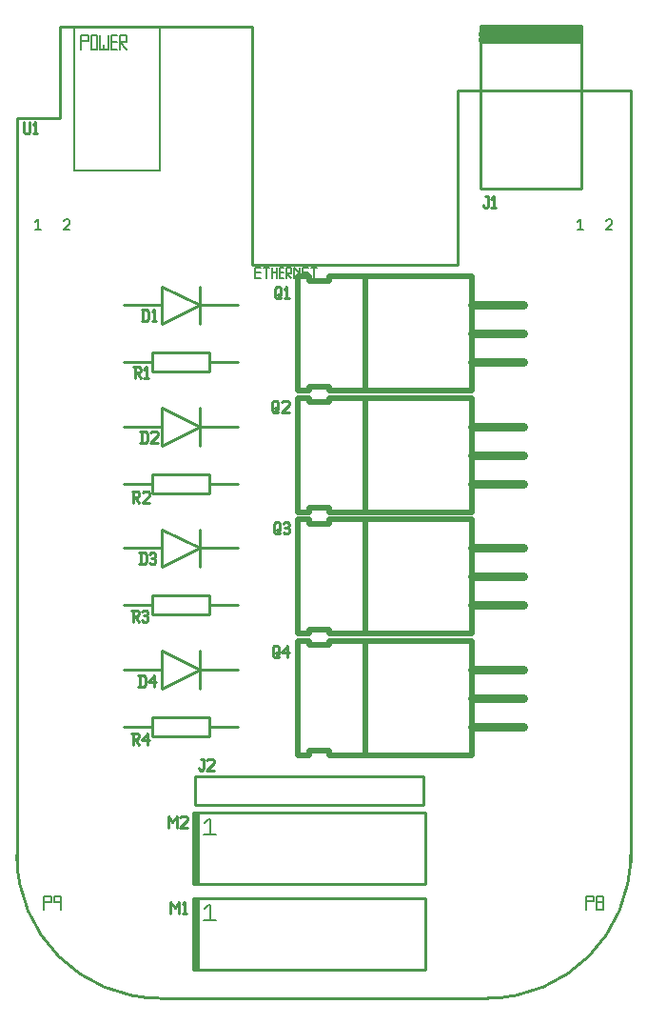
<source format=gbr>
G04 start of page 8 for group -4079 idx -4079 *
G04 Title: (unknown), topsilk *
G04 Creator: pcb 4.0.2 *
G04 CreationDate: Fri Mar 27 01:18:50 2020 UTC *
G04 For: kevin *
G04 Format: Gerber/RS-274X *
G04 PCB-Dimensions (mil): 6000.00 5000.00 *
G04 PCB-Coordinate-Origin: lower left *
%MOIN*%
%FSLAX25Y25*%
%LNTOPSILK*%
%ADD69C,0.0060*%
%ADD68C,0.0200*%
%ADD67C,0.0300*%
%ADD66C,0.0100*%
%ADD65C,0.0250*%
G54D65*X209429Y352697D02*X175571D01*
X209429Y354665D02*X175571D01*
X209429Y356634D02*X175965D01*
G54D66*X210217Y300728D02*X174783D01*
X210217Y357815D02*Y300728D01*
X174783Y357815D02*X210217D01*
X174783D02*Y300728D01*
G54D67*X172000Y240000D02*X190000D01*
X172000Y250000D02*X190000D01*
X172000Y260000D02*X190000D01*
G54D68*X172000Y270000D02*Y230000D01*
X134500Y270000D02*X172000D01*
X134500D02*Y230000D01*
X172000D01*
X134500Y270000D02*Y230000D01*
X122000Y270000D02*X134500D01*
X122000D02*Y268500D01*
X115000D02*X122000D01*
X115000Y270000D02*Y268500D01*
X111000Y270000D02*X115000D01*
X111000D02*Y230000D01*
X115000D01*
Y231500D02*Y230000D01*
Y231500D02*X122000D01*
Y230000D01*
X134500D01*
G54D66*X76700Y260000D02*X90000D01*
X50000D02*X63300D01*
X76700D02*X63300Y253400D01*
Y266600D02*Y253400D01*
Y266600D02*X76700Y260000D01*
Y266600D02*Y253400D01*
X75000Y95000D02*Y85000D01*
X155000D01*
Y95000D01*
X75000D01*
X76024Y52362D02*X75984Y52402D01*
X76024Y27598D02*Y52362D01*
X75157Y27677D02*X75236Y27598D01*
X75157Y52402D02*Y27677D01*
G54D69*X79528Y50079D02*X78346Y48898D01*
X80315Y50079D02*X79528D01*
X80315Y44961D02*Y50079D01*
X77953Y44961D02*X82283D01*
G54D66*X155748Y52402D02*X74252D01*
X155748Y27598D02*Y52402D01*
X74252Y27598D02*X155748D01*
X74252D02*Y52402D01*
X76700Y132500D02*X90000D01*
X50000D02*X63300D01*
X76700D02*X63300Y125900D01*
Y139100D02*Y125900D01*
Y139100D02*X76700Y132500D01*
Y139100D02*Y125900D01*
X76024Y82362D02*X75984Y82402D01*
X76024Y57598D02*Y82362D01*
X75157Y57677D02*X75236Y57598D01*
X75157Y82402D02*Y57677D01*
G54D69*X79528Y80079D02*X78346Y78898D01*
X80315Y80079D02*X79528D01*
X80315Y74961D02*Y80079D01*
X77953Y74961D02*X82283D01*
G54D66*X155748Y82402D02*X74252D01*
X155748Y57598D02*Y82402D01*
X74252Y57598D02*X155748D01*
X74252D02*Y82402D01*
X80000Y112500D02*X90000D01*
X50000D02*X60000D01*
Y109200D02*X80000D01*
X60000Y115800D02*Y109200D01*
Y115800D02*X80000D01*
Y109200D01*
X76700Y175000D02*X90000D01*
X50000D02*X63300D01*
X76700D02*X63300Y168400D01*
Y181600D02*Y168400D01*
Y181600D02*X76700Y175000D01*
Y181600D02*Y168400D01*
X80000Y155000D02*X90000D01*
X50000D02*X60000D01*
Y151700D02*X80000D01*
X60000Y158300D02*Y151700D01*
Y158300D02*X80000D01*
Y151700D01*
G54D67*X172000Y155000D02*X190000D01*
X172000Y165000D02*X190000D01*
X172000Y175000D02*X190000D01*
G54D68*X172000Y185000D02*Y145000D01*
X134500Y185000D02*X172000D01*
X134500D02*Y145000D01*
X172000D01*
X134500Y185000D02*Y145000D01*
X122000Y185000D02*X134500D01*
X122000D02*Y183500D01*
X115000D02*X122000D01*
X115000Y185000D02*Y183500D01*
X111000Y185000D02*X115000D01*
X111000D02*Y145000D01*
X115000D01*
Y146500D02*Y145000D01*
Y146500D02*X122000D01*
Y145000D01*
X134500D01*
G54D67*X172000Y112500D02*X190000D01*
X172000Y122500D02*X190000D01*
X172000Y132500D02*X190000D01*
G54D68*X172000Y142500D02*Y102500D01*
X134500Y142500D02*X172000D01*
X134500D02*Y102500D01*
X172000D01*
X134500Y142500D02*Y102500D01*
X122000Y142500D02*X134500D01*
X122000D02*Y141000D01*
X115000D02*X122000D01*
X115000Y142500D02*Y141000D01*
X111000Y142500D02*X115000D01*
X111000D02*Y102500D01*
X115000D01*
Y104000D02*Y102500D01*
Y104000D02*X122000D01*
Y102500D01*
X134500D01*
G54D66*X80000Y240000D02*X90000D01*
X50000D02*X60000D01*
Y236700D02*X80000D01*
X60000Y243300D02*Y236700D01*
Y243300D02*X80000D01*
Y236700D01*
Y197500D02*X90000D01*
X50000D02*X60000D01*
Y194200D02*X80000D01*
X60000Y200800D02*Y194200D01*
Y200800D02*X80000D01*
Y194200D01*
X76700Y217500D02*X90000D01*
X50000D02*X63300D01*
X76700D02*X63300Y210900D01*
Y224100D02*Y210900D01*
Y224100D02*X76700Y217500D01*
Y224100D02*Y210900D01*
G54D67*X172000Y197500D02*X190000D01*
X172000Y207500D02*X190000D01*
X172000Y217500D02*X190000D01*
G54D68*X172000Y227500D02*Y187500D01*
X134500Y227500D02*X172000D01*
X134500D02*Y187500D01*
X172000D01*
X134500Y227500D02*Y187500D01*
X122000Y227500D02*X134500D01*
X122000D02*Y226000D01*
X115000D02*X122000D01*
X115000Y227500D02*Y226000D01*
X111000Y227500D02*X115000D01*
X111000D02*Y187500D01*
X115000D01*
Y189000D02*Y187500D01*
Y189000D02*X122000D01*
Y187500D01*
X134500D01*
G54D69*X48500Y352000D02*X51000Y349500D01*
Y352000D02*X48500D01*
X51000Y354500D02*Y352000D01*
X48500Y354500D02*X51000D01*
X48500D02*Y349500D01*
X45500Y354500D02*X47500D01*
X45500Y352000D02*X47500D01*
X45500Y349500D02*X47500D01*
X45500Y354500D02*Y349500D01*
X44500D02*Y354500D01*
X41500Y349500D02*X44500D01*
X43000D02*Y351000D01*
X41500Y354500D02*Y349500D01*
X40500Y354500D02*X38500D01*
X40500Y349500D02*Y354500D01*
X38500Y349500D02*X40500D01*
X38500Y354500D02*Y349500D01*
X37500Y352500D02*X35000D01*
X37500Y354500D02*Y352500D01*
X35000Y354500D02*X37500D01*
X35000D02*Y349500D01*
X215500Y51000D02*X218000D01*
X215500Y53000D02*X218000D01*
Y48500D01*
X215500D02*X218000D01*
X215500Y53000D02*Y48500D01*
X212000Y51500D02*X214500D01*
Y53000D02*Y51500D01*
X212000Y53000D02*X214500D01*
X212000D02*Y48500D01*
X22000Y51000D02*X24500D01*
X28000Y53000D02*Y48500D01*
X25500Y51000D02*X28000D01*
X25500Y53000D02*X28000D01*
X25500D02*Y51000D01*
X24500Y53000D02*Y51000D01*
X22000Y53000D02*X24500D01*
X22000D02*Y48500D01*
X210000Y290000D02*X209000Y289000D01*
X210000Y290000D02*Y286500D01*
X209000D02*X211000D01*
X219000D02*X221000D01*
Y288500D02*X219000Y286500D01*
X221000Y289500D02*Y288500D01*
X220500Y290000D02*X221000Y289500D01*
X219500Y290000D02*X220500D01*
X219000Y289500D02*X219500Y290000D01*
X20000D02*X19000Y289000D01*
X20000Y290000D02*Y286500D01*
X19000D02*X21000D01*
X29000D02*X31000D01*
Y288500D02*X29000Y286500D01*
X31000Y289500D02*Y288500D01*
X30500Y290000D02*X31000Y289500D01*
X29500Y290000D02*X30500D01*
X29000Y289500D02*X29500Y290000D01*
X32500Y357000D02*Y307000D01*
X62500Y357500D02*Y307000D01*
X32500D02*X62500D01*
G54D66*Y17500D02*X177500D01*
X167000Y335000D02*X227500D01*
X95000Y357500D02*Y274000D01*
X27500Y357500D02*X95000D01*
X227500Y335000D02*Y65000D01*
X12500Y325500D02*Y65000D01*
G54D69*X116500Y273000D02*Y269500D01*
X115500Y273000D02*X117500D01*
X112500D02*X114500D01*
X112500Y271500D02*X114500D01*
X112500Y269500D02*X114500D01*
X112500Y273000D02*Y269500D01*
X111500D02*Y273000D01*
Y271000D02*Y269500D01*
X109500Y273000D02*X111500Y271000D01*
X109500Y269500D02*Y273000D01*
X107000Y271000D02*X108500Y269500D01*
Y271000D02*X107000D01*
X108500Y273000D02*Y271000D01*
X107000Y273000D02*X108500D01*
X107000D02*Y269500D01*
X104500Y273000D02*X106000D01*
X104500Y271500D02*X106000D01*
X104500Y269500D02*X106000D01*
X104500Y273000D02*Y269500D01*
X103500Y273000D02*Y269500D01*
X102000Y271500D02*X103500D01*
X102000Y273000D02*Y269500D01*
X100000Y273000D02*Y269500D01*
X99000Y273000D02*X101000D01*
X96000D02*X98000D01*
X96000Y271500D02*X98000D01*
X96000Y269500D02*X98000D01*
X96000Y273000D02*Y269500D01*
G54D66*X95000Y274000D02*X167000D01*
Y335000D02*Y274000D01*
X12500Y325500D02*X27500D01*
Y357500D01*
X12500Y67500D02*G75*G03X62500Y17500I50000J0D01*G01*
X177500D02*G75*G03X227500Y67500I0J50000D01*G01*
X176712Y297981D02*X177512D01*
Y294481D01*
X177012Y293981D02*X177512Y294481D01*
X176512Y293981D02*X177012D01*
X176012Y294481D02*X176512Y293981D01*
X176012Y294981D02*Y294481D01*
X178712Y297181D02*X179512Y297981D01*
Y293981D01*
X178712D02*X180212D01*
X15000Y324000D02*Y320500D01*
X15500Y320000D01*
X16500D01*
X17000Y320500D01*
Y324000D02*Y320500D01*
X18200Y323200D02*X19000Y324000D01*
Y320000D01*
X18200D02*X19700D01*
X103065Y265926D02*Y262926D01*
Y265926D02*X103565Y266426D01*
X104565D01*
X105065Y265926D01*
Y263426D01*
X104065Y262426D02*X105065Y263426D01*
X103565Y262426D02*X104065D01*
X103065Y262926D02*X103565Y262426D01*
X104065Y263926D02*X105065Y262426D01*
X106265Y265626D02*X107065Y266426D01*
Y262426D01*
X106265D02*X107765D01*
X53395Y238375D02*X55395D01*
X55895Y237875D01*
Y236875D01*
X55395Y236375D02*X55895Y236875D01*
X53895Y236375D02*X55395D01*
X53895Y238375D02*Y234375D01*
X54695Y236375D02*X55895Y234375D01*
X57095Y237575D02*X57895Y238375D01*
Y234375D01*
X57095D02*X58595D01*
X56654Y258498D02*Y254498D01*
X57954Y258498D02*X58654Y257798D01*
Y255198D01*
X57954Y254498D02*X58654Y255198D01*
X56154Y254498D02*X57954D01*
X56154Y258498D02*X57954D01*
X59854Y257698D02*X60654Y258498D01*
Y254498D01*
X59854D02*X61354D01*
X52788Y194833D02*X54788D01*
X55288Y194333D01*
Y193333D01*
X54788Y192833D02*X55288Y193333D01*
X53288Y192833D02*X54788D01*
X53288Y194833D02*Y190833D01*
X54088Y192833D02*X55288Y190833D01*
X56488Y194333D02*X56988Y194833D01*
X58488D01*
X58988Y194333D01*
Y193333D01*
X56488Y190833D02*X58988Y193333D01*
X56488Y190833D02*X58988D01*
X56205Y215928D02*Y211928D01*
X57505Y215928D02*X58205Y215228D01*
Y212628D01*
X57505Y211928D02*X58205Y212628D01*
X55705Y211928D02*X57505D01*
X55705Y215928D02*X57505D01*
X59405Y215428D02*X59905Y215928D01*
X61405D01*
X61905Y215428D01*
Y214428D01*
X59405Y211928D02*X61905Y214428D01*
X59405Y211928D02*X61905D01*
X102065Y226042D02*Y223042D01*
Y226042D02*X102565Y226542D01*
X103565D01*
X104065Y226042D01*
Y223542D01*
X103065Y222542D02*X104065Y223542D01*
X102565Y222542D02*X103065D01*
X102065Y223042D02*X102565Y222542D01*
X103065Y224042D02*X104065Y222542D01*
X105265Y226042D02*X105765Y226542D01*
X107265D01*
X107765Y226042D01*
Y225042D01*
X105265Y222542D02*X107765Y225042D01*
X105265Y222542D02*X107765D01*
X77072Y101144D02*X77872D01*
Y97644D01*
X77372Y97144D02*X77872Y97644D01*
X76872Y97144D02*X77372D01*
X76372Y97644D02*X76872Y97144D01*
X76372Y98144D02*Y97644D01*
X79072Y100644D02*X79572Y101144D01*
X81072D01*
X81572Y100644D01*
Y99644D01*
X79072Y97144D02*X81572Y99644D01*
X79072Y97144D02*X81572D01*
X66315Y51204D02*Y47204D01*
Y51204D02*X67815Y49204D01*
X69315Y51204D01*
Y47204D01*
X70515Y50404D02*X71315Y51204D01*
Y47204D01*
X70515D02*X72015D01*
X55500Y130558D02*Y126558D01*
X56800Y130558D02*X57500Y129858D01*
Y127258D01*
X56800Y126558D02*X57500Y127258D01*
X55000Y126558D02*X56800D01*
X55000Y130558D02*X56800D01*
X58700Y128058D02*X60700Y130558D01*
X58700Y128058D02*X61200D01*
X60700Y130558D02*Y126558D01*
X65486Y81144D02*Y77144D01*
Y81144D02*X66986Y79144D01*
X68486Y81144D01*
Y77144D01*
X69686Y80644D02*X70186Y81144D01*
X71686D01*
X72186Y80644D01*
Y79644D01*
X69686Y77144D02*X72186Y79644D01*
X69686Y77144D02*X72186D01*
X52654Y110244D02*X54654D01*
X55154Y109744D01*
Y108744D01*
X54654Y108244D02*X55154Y108744D01*
X53154Y108244D02*X54654D01*
X53154Y110244D02*Y106244D01*
X53954Y108244D02*X55154Y106244D01*
X56354Y107744D02*X58354Y110244D01*
X56354Y107744D02*X58854D01*
X58354Y110244D02*Y106244D01*
X55844Y173360D02*Y169360D01*
X57144Y173360D02*X57844Y172660D01*
Y170060D01*
X57144Y169360D02*X57844Y170060D01*
X55344Y169360D02*X57144D01*
X55344Y173360D02*X57144D01*
X59044Y172860D02*X59544Y173360D01*
X60544D01*
X61044Y172860D01*
X60544Y169360D02*X61044Y169860D01*
X59544Y169360D02*X60544D01*
X59044Y169860D02*X59544Y169360D01*
Y171560D02*X60544D01*
X61044Y172860D02*Y172060D01*
Y171060D02*Y169860D01*
Y171060D02*X60544Y171560D01*
X61044Y172060D02*X60544Y171560D01*
X52637Y153135D02*X54637D01*
X55137Y152635D01*
Y151635D01*
X54637Y151135D02*X55137Y151635D01*
X53137Y151135D02*X54637D01*
X53137Y153135D02*Y149135D01*
X53937Y151135D02*X55137Y149135D01*
X56337Y152635D02*X56837Y153135D01*
X57837D01*
X58337Y152635D01*
X57837Y149135D02*X58337Y149635D01*
X56837Y149135D02*X57837D01*
X56337Y149635D02*X56837Y149135D01*
Y151335D02*X57837D01*
X58337Y152635D02*Y151835D01*
Y150835D02*Y149635D01*
Y150835D02*X57837Y151335D01*
X58337Y151835D02*X57837Y151335D01*
X102644Y183542D02*Y180542D01*
Y183542D02*X103144Y184042D01*
X104144D01*
X104644Y183542D01*
Y181042D01*
X103644Y180042D02*X104644Y181042D01*
X103144Y180042D02*X103644D01*
X102644Y180542D02*X103144Y180042D01*
X103644Y181542D02*X104644Y180042D01*
X105844Y183542D02*X106344Y184042D01*
X107344D01*
X107844Y183542D01*
X107344Y180042D02*X107844Y180542D01*
X106344Y180042D02*X107344D01*
X105844Y180542D02*X106344Y180042D01*
Y182242D02*X107344D01*
X107844Y183542D02*Y182742D01*
Y181742D02*Y180542D01*
Y181742D02*X107344Y182242D01*
X107844Y182742D02*X107344Y182242D01*
X102210Y140463D02*Y137463D01*
Y140463D02*X102710Y140963D01*
X103710D01*
X104210Y140463D01*
Y137963D01*
X103210Y136963D02*X104210Y137963D01*
X102710Y136963D02*X103210D01*
X102210Y137463D02*X102710Y136963D01*
X103210Y138463D02*X104210Y136963D01*
X105410Y138463D02*X107410Y140963D01*
X105410Y138463D02*X107910D01*
X107410Y140963D02*Y136963D01*
M02*

</source>
